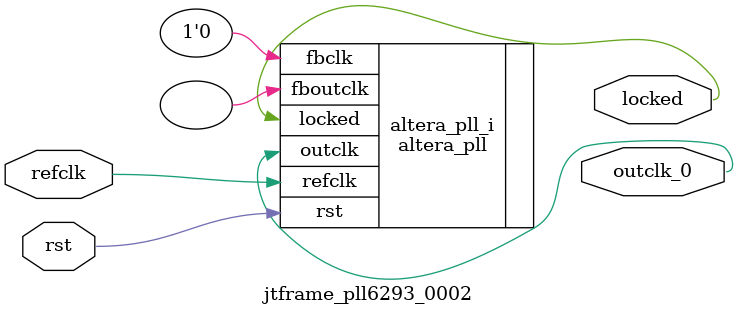
<source format=v>
`timescale 1ns/10ps
module  jtframe_pll6293_0002(

	// interface 'refclk'
	input wire refclk,

	// interface 'reset'
	input wire rst,

	// interface 'outclk0'
	output wire outclk_0,

	// interface 'locked'
	output wire locked
);

	altera_pll #(
		.fractional_vco_multiplier("true"),
		.reference_clock_frequency("50.0 MHz"),
		.operation_mode("direct"),
		.number_of_clocks(1),
		.output_clock_frequency0("50.349600 MHz"),
		.phase_shift0("0 ps"),
		.duty_cycle0(50),
		.output_clock_frequency1("0 MHz"),
		.phase_shift1("0 ps"),
		.duty_cycle1(50),
		.output_clock_frequency2("0 MHz"),
		.phase_shift2("0 ps"),
		.duty_cycle2(50),
		.output_clock_frequency3("0 MHz"),
		.phase_shift3("0 ps"),
		.duty_cycle3(50),
		.output_clock_frequency4("0 MHz"),
		.phase_shift4("0 ps"),
		.duty_cycle4(50),
		.output_clock_frequency5("0 MHz"),
		.phase_shift5("0 ps"),
		.duty_cycle5(50),
		.output_clock_frequency6("0 MHz"),
		.phase_shift6("0 ps"),
		.duty_cycle6(50),
		.output_clock_frequency7("0 MHz"),
		.phase_shift7("0 ps"),
		.duty_cycle7(50),
		.output_clock_frequency8("0 MHz"),
		.phase_shift8("0 ps"),
		.duty_cycle8(50),
		.output_clock_frequency9("0 MHz"),
		.phase_shift9("0 ps"),
		.duty_cycle9(50),
		.output_clock_frequency10("0 MHz"),
		.phase_shift10("0 ps"),
		.duty_cycle10(50),
		.output_clock_frequency11("0 MHz"),
		.phase_shift11("0 ps"),
		.duty_cycle11(50),
		.output_clock_frequency12("0 MHz"),
		.phase_shift12("0 ps"),
		.duty_cycle12(50),
		.output_clock_frequency13("0 MHz"),
		.phase_shift13("0 ps"),
		.duty_cycle13(50),
		.output_clock_frequency14("0 MHz"),
		.phase_shift14("0 ps"),
		.duty_cycle14(50),
		.output_clock_frequency15("0 MHz"),
		.phase_shift15("0 ps"),
		.duty_cycle15(50),
		.output_clock_frequency16("0 MHz"),
		.phase_shift16("0 ps"),
		.duty_cycle16(50),
		.output_clock_frequency17("0 MHz"),
		.phase_shift17("0 ps"),
		.duty_cycle17(50),
		.pll_type("General"),
		.pll_subtype("General")
	) altera_pll_i (
		.rst	(rst),
		.outclk	({outclk_0}),
		.locked	(locked),
		.fboutclk	( ),
		.fbclk	(1'b0),
		.refclk	(refclk)
	);
endmodule


</source>
